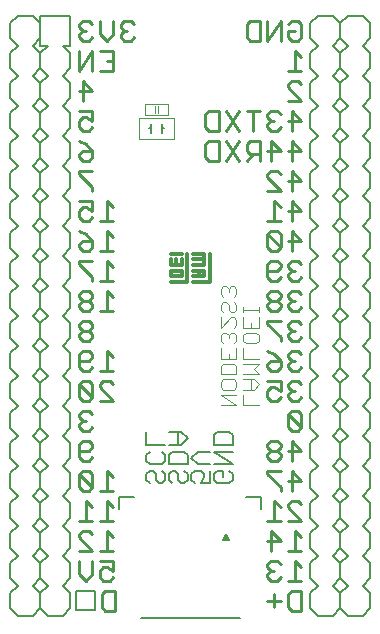
<source format=gbo>
G75*
%MOIN*%
%OFA0B0*%
%FSLAX25Y25*%
%IPPOS*%
%LPD*%
%AMOC8*
5,1,8,0,0,1.08239X$1,22.5*
%
%ADD10C,0.00900*%
%ADD11C,0.00800*%
%ADD12C,0.00400*%
%ADD13C,0.00100*%
%ADD14C,0.00600*%
%ADD15C,0.00394*%
%ADD16C,0.00500*%
%ADD17C,0.01200*%
D10*
X0025072Y0018952D02*
X0025072Y0023356D01*
X0025072Y0026750D02*
X0029476Y0026750D01*
X0025072Y0031154D01*
X0025072Y0032255D01*
X0026173Y0033356D01*
X0028375Y0033356D01*
X0029476Y0032255D01*
X0029476Y0036750D02*
X0025072Y0036750D01*
X0027274Y0036750D02*
X0027274Y0043356D01*
X0029476Y0041154D01*
X0031978Y0036750D02*
X0036382Y0036750D01*
X0034180Y0036750D02*
X0034180Y0043356D01*
X0036382Y0041154D01*
X0036382Y0046750D02*
X0031978Y0046750D01*
X0034180Y0046750D02*
X0034180Y0053356D01*
X0036382Y0051154D01*
X0029476Y0052255D02*
X0029476Y0047851D01*
X0025072Y0052255D01*
X0025072Y0047851D01*
X0026173Y0046750D01*
X0028375Y0046750D01*
X0029476Y0047851D01*
X0029476Y0052255D02*
X0028375Y0053356D01*
X0026173Y0053356D01*
X0025072Y0052255D01*
X0026173Y0056750D02*
X0025072Y0057851D01*
X0025072Y0062255D01*
X0026173Y0063356D01*
X0028375Y0063356D01*
X0029476Y0062255D01*
X0029476Y0061154D01*
X0028375Y0060053D01*
X0025072Y0060053D01*
X0026173Y0056750D02*
X0028375Y0056750D01*
X0029476Y0057851D01*
X0028375Y0066750D02*
X0026173Y0066750D01*
X0025072Y0067851D01*
X0025072Y0068952D01*
X0026173Y0070053D01*
X0027274Y0070053D01*
X0026173Y0070053D02*
X0025072Y0071154D01*
X0025072Y0072255D01*
X0026173Y0073356D01*
X0028375Y0073356D01*
X0029476Y0072255D01*
X0029476Y0067851D02*
X0028375Y0066750D01*
X0028375Y0076750D02*
X0026173Y0076750D01*
X0025072Y0077851D01*
X0025072Y0082255D01*
X0029476Y0077851D01*
X0028375Y0076750D01*
X0029476Y0077851D02*
X0029476Y0082255D01*
X0028375Y0083356D01*
X0026173Y0083356D01*
X0025072Y0082255D01*
X0026173Y0086750D02*
X0025072Y0087851D01*
X0025072Y0092255D01*
X0026173Y0093356D01*
X0028375Y0093356D01*
X0029476Y0092255D01*
X0029476Y0091154D01*
X0028375Y0090053D01*
X0025072Y0090053D01*
X0026173Y0086750D02*
X0028375Y0086750D01*
X0029476Y0087851D01*
X0031978Y0086750D02*
X0036382Y0086750D01*
X0034180Y0086750D02*
X0034180Y0093356D01*
X0036382Y0091154D01*
X0035281Y0083356D02*
X0033079Y0083356D01*
X0031978Y0082255D01*
X0031978Y0081154D01*
X0036382Y0076750D01*
X0031978Y0076750D01*
X0036382Y0082255D02*
X0035281Y0083356D01*
X0028375Y0096750D02*
X0026173Y0096750D01*
X0025072Y0097851D01*
X0025072Y0098952D01*
X0026173Y0100053D01*
X0028375Y0100053D01*
X0029476Y0101154D01*
X0029476Y0102255D01*
X0028375Y0103356D01*
X0026173Y0103356D01*
X0025072Y0102255D01*
X0025072Y0101154D01*
X0026173Y0100053D01*
X0028375Y0100053D02*
X0029476Y0098952D01*
X0029476Y0097851D01*
X0028375Y0096750D01*
X0028375Y0106750D02*
X0026173Y0106750D01*
X0025072Y0107851D01*
X0025072Y0108952D01*
X0026173Y0110053D01*
X0028375Y0110053D01*
X0029476Y0111154D01*
X0029476Y0112255D01*
X0028375Y0113356D01*
X0026173Y0113356D01*
X0025072Y0112255D01*
X0025072Y0111154D01*
X0026173Y0110053D01*
X0028375Y0110053D02*
X0029476Y0108952D01*
X0029476Y0107851D01*
X0028375Y0106750D01*
X0031978Y0106750D02*
X0036382Y0106750D01*
X0034180Y0106750D02*
X0034180Y0113356D01*
X0036382Y0111154D01*
X0036382Y0116750D02*
X0031978Y0116750D01*
X0034180Y0116750D02*
X0034180Y0123356D01*
X0036382Y0121154D01*
X0036382Y0126750D02*
X0031978Y0126750D01*
X0034180Y0126750D02*
X0034180Y0133356D01*
X0036382Y0131154D01*
X0036382Y0136750D02*
X0031978Y0136750D01*
X0034180Y0136750D02*
X0034180Y0143356D01*
X0036382Y0141154D01*
X0029476Y0140053D02*
X0027274Y0141154D01*
X0026173Y0141154D01*
X0025072Y0140053D01*
X0025072Y0137851D01*
X0026173Y0136750D01*
X0028375Y0136750D01*
X0029476Y0137851D01*
X0029476Y0140053D02*
X0029476Y0143356D01*
X0025072Y0143356D01*
X0029476Y0146750D02*
X0029476Y0147851D01*
X0025072Y0152255D01*
X0025072Y0153356D01*
X0029476Y0153356D01*
X0028375Y0156750D02*
X0026173Y0156750D01*
X0025072Y0157851D01*
X0025072Y0158952D01*
X0026173Y0160053D01*
X0029476Y0160053D01*
X0029476Y0157851D01*
X0028375Y0156750D01*
X0029476Y0160053D02*
X0027274Y0162255D01*
X0025072Y0163356D01*
X0026173Y0166750D02*
X0025072Y0167851D01*
X0025072Y0170053D01*
X0026173Y0171154D01*
X0027274Y0171154D01*
X0029476Y0170053D01*
X0029476Y0173356D01*
X0025072Y0173356D01*
X0026173Y0176750D02*
X0026173Y0183356D01*
X0029476Y0180053D01*
X0025072Y0180053D01*
X0025072Y0186750D02*
X0025072Y0193356D01*
X0026173Y0196750D02*
X0028375Y0196750D01*
X0029476Y0197851D01*
X0031978Y0198952D02*
X0031978Y0203356D01*
X0029476Y0202255D02*
X0028375Y0203356D01*
X0026173Y0203356D01*
X0025072Y0202255D01*
X0025072Y0201154D01*
X0026173Y0200053D01*
X0025072Y0198952D01*
X0025072Y0197851D01*
X0026173Y0196750D01*
X0026173Y0200053D02*
X0027274Y0200053D01*
X0029476Y0193356D02*
X0025072Y0186750D01*
X0029476Y0186750D02*
X0029476Y0193356D01*
X0031978Y0193356D02*
X0036382Y0193356D01*
X0036382Y0186750D01*
X0031978Y0186750D01*
X0034180Y0190053D02*
X0036382Y0190053D01*
X0034180Y0196750D02*
X0031978Y0198952D01*
X0034180Y0196750D02*
X0036382Y0198952D01*
X0036382Y0203356D01*
X0038884Y0202255D02*
X0038884Y0201154D01*
X0039985Y0200053D01*
X0038884Y0198952D01*
X0038884Y0197851D01*
X0039985Y0196750D01*
X0042187Y0196750D01*
X0043288Y0197851D01*
X0041086Y0200053D02*
X0039985Y0200053D01*
X0038884Y0202255D02*
X0039985Y0203356D01*
X0042187Y0203356D01*
X0043288Y0202255D01*
X0029476Y0167851D02*
X0028375Y0166750D01*
X0026173Y0166750D01*
X0025072Y0133356D02*
X0027274Y0132255D01*
X0029476Y0130053D01*
X0026173Y0130053D01*
X0025072Y0128952D01*
X0025072Y0127851D01*
X0026173Y0126750D01*
X0028375Y0126750D01*
X0029476Y0127851D01*
X0029476Y0130053D01*
X0029476Y0123356D02*
X0025072Y0123356D01*
X0025072Y0122255D01*
X0029476Y0117851D01*
X0029476Y0116750D01*
X0068206Y0156750D02*
X0067105Y0157851D01*
X0067105Y0162255D01*
X0068206Y0163356D01*
X0071509Y0163356D01*
X0071509Y0156750D01*
X0068206Y0156750D01*
X0074011Y0156750D02*
X0078415Y0163356D01*
X0080917Y0162255D02*
X0080917Y0160053D01*
X0082018Y0158952D01*
X0085321Y0158952D01*
X0085321Y0156750D02*
X0085321Y0163356D01*
X0082018Y0163356D01*
X0080917Y0162255D01*
X0083119Y0158952D02*
X0080917Y0156750D01*
X0078415Y0156750D02*
X0074011Y0163356D01*
X0074011Y0166750D02*
X0078415Y0173356D01*
X0080917Y0173356D02*
X0085321Y0173356D01*
X0083119Y0173356D02*
X0083119Y0166750D01*
X0078415Y0166750D02*
X0074011Y0173356D01*
X0071509Y0173356D02*
X0068206Y0173356D01*
X0067105Y0172255D01*
X0067105Y0167851D01*
X0068206Y0166750D01*
X0071509Y0166750D01*
X0071509Y0173356D01*
X0082018Y0196750D02*
X0080917Y0197851D01*
X0080917Y0202255D01*
X0082018Y0203356D01*
X0085321Y0203356D01*
X0085321Y0196750D01*
X0082018Y0196750D01*
X0087823Y0196750D02*
X0087823Y0203356D01*
X0092227Y0203356D02*
X0087823Y0196750D01*
X0092227Y0196750D02*
X0092227Y0203356D01*
X0094729Y0202255D02*
X0095830Y0203356D01*
X0098032Y0203356D01*
X0099133Y0202255D01*
X0099133Y0197851D01*
X0098032Y0196750D01*
X0095830Y0196750D01*
X0094729Y0197851D01*
X0094729Y0200053D01*
X0096931Y0200053D01*
X0096931Y0193356D02*
X0096931Y0186750D01*
X0099133Y0186750D02*
X0094729Y0186750D01*
X0095830Y0183356D02*
X0098032Y0183356D01*
X0099133Y0182255D01*
X0095830Y0183356D02*
X0094729Y0182255D01*
X0094729Y0181154D01*
X0099133Y0176750D01*
X0094729Y0176750D01*
X0095830Y0173356D02*
X0099133Y0170053D01*
X0094729Y0170053D01*
X0095830Y0166750D02*
X0095830Y0173356D01*
X0092227Y0172255D02*
X0091126Y0173356D01*
X0088924Y0173356D01*
X0087823Y0172255D01*
X0087823Y0171154D01*
X0088924Y0170053D01*
X0087823Y0168952D01*
X0087823Y0167851D01*
X0088924Y0166750D01*
X0091126Y0166750D01*
X0092227Y0167851D01*
X0090025Y0170053D02*
X0088924Y0170053D01*
X0088924Y0163356D02*
X0092227Y0160053D01*
X0087823Y0160053D01*
X0088924Y0156750D02*
X0088924Y0163356D01*
X0094729Y0160053D02*
X0099133Y0160053D01*
X0095830Y0163356D01*
X0095830Y0156750D01*
X0095830Y0153356D02*
X0099133Y0150053D01*
X0094729Y0150053D01*
X0095830Y0146750D02*
X0095830Y0153356D01*
X0092227Y0152255D02*
X0091126Y0153356D01*
X0088924Y0153356D01*
X0087823Y0152255D01*
X0087823Y0151154D01*
X0092227Y0146750D01*
X0087823Y0146750D01*
X0090025Y0143356D02*
X0090025Y0136750D01*
X0092227Y0136750D02*
X0087823Y0136750D01*
X0088924Y0133356D02*
X0087823Y0132255D01*
X0092227Y0127851D01*
X0091126Y0126750D01*
X0088924Y0126750D01*
X0087823Y0127851D01*
X0087823Y0132255D01*
X0088924Y0133356D02*
X0091126Y0133356D01*
X0092227Y0132255D01*
X0092227Y0127851D01*
X0094729Y0130053D02*
X0099133Y0130053D01*
X0095830Y0133356D01*
X0095830Y0126750D01*
X0095830Y0123356D02*
X0094729Y0122255D01*
X0094729Y0121154D01*
X0095830Y0120053D01*
X0094729Y0118952D01*
X0094729Y0117851D01*
X0095830Y0116750D01*
X0098032Y0116750D01*
X0099133Y0117851D01*
X0096931Y0120053D02*
X0095830Y0120053D01*
X0095830Y0123356D02*
X0098032Y0123356D01*
X0099133Y0122255D01*
X0092227Y0122255D02*
X0092227Y0121154D01*
X0091126Y0120053D01*
X0087823Y0120053D01*
X0087823Y0117851D02*
X0087823Y0122255D01*
X0088924Y0123356D01*
X0091126Y0123356D01*
X0092227Y0122255D01*
X0092227Y0117851D02*
X0091126Y0116750D01*
X0088924Y0116750D01*
X0087823Y0117851D01*
X0088924Y0113356D02*
X0087823Y0112255D01*
X0087823Y0111154D01*
X0088924Y0110053D01*
X0091126Y0110053D01*
X0092227Y0111154D01*
X0092227Y0112255D01*
X0091126Y0113356D01*
X0088924Y0113356D01*
X0088924Y0110053D02*
X0087823Y0108952D01*
X0087823Y0107851D01*
X0088924Y0106750D01*
X0091126Y0106750D01*
X0092227Y0107851D01*
X0092227Y0108952D01*
X0091126Y0110053D01*
X0094729Y0111154D02*
X0095830Y0110053D01*
X0094729Y0108952D01*
X0094729Y0107851D01*
X0095830Y0106750D01*
X0098032Y0106750D01*
X0099133Y0107851D01*
X0096931Y0110053D02*
X0095830Y0110053D01*
X0094729Y0111154D02*
X0094729Y0112255D01*
X0095830Y0113356D01*
X0098032Y0113356D01*
X0099133Y0112255D01*
X0098032Y0103356D02*
X0095830Y0103356D01*
X0094729Y0102255D01*
X0094729Y0101154D01*
X0095830Y0100053D01*
X0094729Y0098952D01*
X0094729Y0097851D01*
X0095830Y0096750D01*
X0098032Y0096750D01*
X0099133Y0097851D01*
X0096931Y0100053D02*
X0095830Y0100053D01*
X0099133Y0102255D02*
X0098032Y0103356D01*
X0092227Y0103356D02*
X0087823Y0103356D01*
X0087823Y0102255D01*
X0092227Y0097851D01*
X0092227Y0096750D01*
X0095830Y0093356D02*
X0094729Y0092255D01*
X0094729Y0091154D01*
X0095830Y0090053D01*
X0094729Y0088952D01*
X0094729Y0087851D01*
X0095830Y0086750D01*
X0098032Y0086750D01*
X0099133Y0087851D01*
X0096931Y0090053D02*
X0095830Y0090053D01*
X0095830Y0093356D02*
X0098032Y0093356D01*
X0099133Y0092255D01*
X0098032Y0083356D02*
X0095830Y0083356D01*
X0094729Y0082255D01*
X0094729Y0081154D01*
X0095830Y0080053D01*
X0094729Y0078952D01*
X0094729Y0077851D01*
X0095830Y0076750D01*
X0098032Y0076750D01*
X0099133Y0077851D01*
X0096931Y0080053D02*
X0095830Y0080053D01*
X0099133Y0082255D02*
X0098032Y0083356D01*
X0092227Y0083356D02*
X0092227Y0080053D01*
X0090025Y0081154D01*
X0088924Y0081154D01*
X0087823Y0080053D01*
X0087823Y0077851D01*
X0088924Y0076750D01*
X0091126Y0076750D01*
X0092227Y0077851D01*
X0092227Y0083356D02*
X0087823Y0083356D01*
X0088924Y0086750D02*
X0087823Y0087851D01*
X0087823Y0088952D01*
X0088924Y0090053D01*
X0092227Y0090053D01*
X0092227Y0087851D01*
X0091126Y0086750D01*
X0088924Y0086750D01*
X0092227Y0090053D02*
X0090025Y0092255D01*
X0087823Y0093356D01*
X0095830Y0073356D02*
X0094729Y0072255D01*
X0099133Y0067851D01*
X0098032Y0066750D01*
X0095830Y0066750D01*
X0094729Y0067851D01*
X0094729Y0072255D01*
X0095830Y0073356D02*
X0098032Y0073356D01*
X0099133Y0072255D01*
X0099133Y0067851D01*
X0095830Y0063356D02*
X0099133Y0060053D01*
X0094729Y0060053D01*
X0095830Y0056750D02*
X0095830Y0063356D01*
X0092227Y0062255D02*
X0092227Y0061154D01*
X0091126Y0060053D01*
X0088924Y0060053D01*
X0087823Y0058952D01*
X0087823Y0057851D01*
X0088924Y0056750D01*
X0091126Y0056750D01*
X0092227Y0057851D01*
X0092227Y0058952D01*
X0091126Y0060053D01*
X0092227Y0062255D02*
X0091126Y0063356D01*
X0088924Y0063356D01*
X0087823Y0062255D01*
X0087823Y0061154D01*
X0088924Y0060053D01*
X0087823Y0053356D02*
X0087823Y0052255D01*
X0092227Y0047851D01*
X0092227Y0046750D01*
X0090025Y0043356D02*
X0090025Y0036750D01*
X0092227Y0036750D02*
X0087823Y0036750D01*
X0088924Y0033356D02*
X0092227Y0030053D01*
X0087823Y0030053D01*
X0088924Y0026750D02*
X0088924Y0033356D01*
X0092227Y0041154D02*
X0090025Y0043356D01*
X0094729Y0042255D02*
X0094729Y0041154D01*
X0099133Y0036750D01*
X0094729Y0036750D01*
X0096931Y0033356D02*
X0096931Y0026750D01*
X0099133Y0026750D02*
X0094729Y0026750D01*
X0096931Y0023356D02*
X0096931Y0016750D01*
X0099133Y0016750D02*
X0094729Y0016750D01*
X0095830Y0013356D02*
X0099133Y0013356D01*
X0099133Y0006750D01*
X0095830Y0006750D01*
X0094729Y0007851D01*
X0094729Y0012255D01*
X0095830Y0013356D01*
X0092227Y0010053D02*
X0087823Y0010053D01*
X0090025Y0012255D02*
X0090025Y0007851D01*
X0088924Y0016750D02*
X0091126Y0016750D01*
X0092227Y0017851D01*
X0090025Y0020053D02*
X0088924Y0020053D01*
X0087823Y0018952D01*
X0087823Y0017851D01*
X0088924Y0016750D01*
X0088924Y0020053D02*
X0087823Y0021154D01*
X0087823Y0022255D01*
X0088924Y0023356D01*
X0091126Y0023356D01*
X0092227Y0022255D01*
X0096931Y0023356D02*
X0099133Y0021154D01*
X0099133Y0031154D02*
X0096931Y0033356D01*
X0099133Y0042255D02*
X0098032Y0043356D01*
X0095830Y0043356D01*
X0094729Y0042255D01*
X0095830Y0046750D02*
X0095830Y0053356D01*
X0099133Y0050053D01*
X0094729Y0050053D01*
X0092227Y0053356D02*
X0087823Y0053356D01*
X0095830Y0136750D02*
X0095830Y0143356D01*
X0099133Y0140053D01*
X0094729Y0140053D01*
X0092227Y0141154D02*
X0090025Y0143356D01*
X0099133Y0191154D02*
X0096931Y0193356D01*
X0034180Y0033356D02*
X0034180Y0026750D01*
X0036382Y0026750D02*
X0031978Y0026750D01*
X0031978Y0023356D02*
X0036382Y0023356D01*
X0036382Y0020053D01*
X0034180Y0021154D01*
X0033079Y0021154D01*
X0031978Y0020053D01*
X0031978Y0017851D01*
X0033079Y0016750D01*
X0035281Y0016750D01*
X0036382Y0017851D01*
X0036976Y0013356D02*
X0033673Y0013356D01*
X0032572Y0012255D01*
X0032572Y0007851D01*
X0033673Y0006750D01*
X0036976Y0006750D01*
X0036976Y0013356D01*
X0029476Y0018952D02*
X0027274Y0016750D01*
X0025072Y0018952D01*
X0029476Y0018952D02*
X0029476Y0023356D01*
X0036382Y0031154D02*
X0034180Y0033356D01*
D11*
X0004583Y0005050D02*
X0002083Y0007550D01*
X0002083Y0012550D01*
X0004583Y0015050D01*
X0002083Y0017550D01*
X0002083Y0022550D01*
X0004583Y0025050D01*
X0002083Y0027550D01*
X0002083Y0032550D01*
X0004583Y0035050D01*
X0002083Y0037550D01*
X0002083Y0042550D01*
X0004583Y0045050D01*
X0002083Y0047550D01*
X0002083Y0052550D01*
X0004583Y0055050D01*
X0002083Y0057550D01*
X0002083Y0062550D01*
X0004583Y0065050D01*
X0002083Y0067550D01*
X0002083Y0072550D01*
X0004583Y0075050D01*
X0002083Y0077550D01*
X0002083Y0082550D01*
X0004583Y0085050D01*
X0002083Y0087550D01*
X0002083Y0092550D01*
X0004583Y0095050D01*
X0002083Y0097550D01*
X0002083Y0102550D01*
X0004583Y0105050D01*
X0002083Y0107550D01*
X0002083Y0112550D01*
X0004583Y0115050D01*
X0002083Y0117550D01*
X0002083Y0122550D01*
X0004583Y0125050D01*
X0002083Y0127550D01*
X0002083Y0132550D01*
X0004583Y0135050D01*
X0002083Y0137550D01*
X0002083Y0142550D01*
X0004583Y0145050D01*
X0002083Y0147550D01*
X0002083Y0152550D01*
X0004583Y0155050D01*
X0002083Y0157550D01*
X0002083Y0162550D01*
X0004583Y0165050D01*
X0002083Y0167550D01*
X0002083Y0172550D01*
X0004583Y0175050D01*
X0002083Y0177550D01*
X0002083Y0182550D01*
X0004583Y0185050D01*
X0002083Y0187550D01*
X0002083Y0192550D01*
X0004583Y0195050D01*
X0002083Y0197550D01*
X0002083Y0202550D01*
X0004583Y0205050D01*
X0009583Y0205050D01*
X0012083Y0202550D01*
X0012083Y0197550D01*
X0009583Y0195050D01*
X0012083Y0192550D01*
X0012083Y0187550D01*
X0009583Y0185050D01*
X0012083Y0182550D01*
X0012083Y0177550D01*
X0009583Y0175050D01*
X0012083Y0172550D01*
X0012083Y0167550D01*
X0009583Y0165050D01*
X0012083Y0162550D01*
X0012083Y0157550D01*
X0009583Y0155050D01*
X0012083Y0152550D01*
X0012083Y0147550D01*
X0009583Y0145050D01*
X0012083Y0142550D01*
X0012083Y0137550D01*
X0009583Y0135050D01*
X0012083Y0132550D01*
X0012083Y0127550D01*
X0009583Y0125050D01*
X0012083Y0122550D01*
X0012083Y0117550D01*
X0009583Y0115050D01*
X0012083Y0112550D01*
X0012083Y0107550D01*
X0009583Y0105050D01*
X0012083Y0102550D01*
X0012083Y0097550D01*
X0009583Y0095050D01*
X0012083Y0092550D01*
X0012083Y0087550D01*
X0009583Y0085050D01*
X0012083Y0082550D01*
X0012083Y0077550D01*
X0009583Y0075050D01*
X0012083Y0072550D01*
X0012083Y0067550D01*
X0009583Y0065050D01*
X0012083Y0062550D01*
X0012083Y0057550D01*
X0009583Y0055050D01*
X0012083Y0052550D01*
X0012083Y0047550D01*
X0009583Y0045050D01*
X0012083Y0042550D01*
X0012083Y0037550D01*
X0009583Y0035050D01*
X0012083Y0032550D01*
X0012083Y0027550D01*
X0009583Y0025050D01*
X0012083Y0022550D01*
X0012083Y0017550D01*
X0009583Y0015050D01*
X0012083Y0012550D01*
X0012083Y0007550D01*
X0009583Y0005050D01*
X0004583Y0005050D01*
X0012083Y0007550D02*
X0014583Y0005050D01*
X0019583Y0005050D01*
X0022083Y0007550D01*
X0022083Y0012550D01*
X0019583Y0015050D01*
X0022083Y0017550D01*
X0022083Y0022550D01*
X0019583Y0025050D01*
X0022083Y0027550D01*
X0022083Y0032550D01*
X0019583Y0035050D01*
X0022083Y0037550D01*
X0022083Y0042550D01*
X0019583Y0045050D01*
X0022083Y0047550D01*
X0022083Y0052550D01*
X0019583Y0055050D01*
X0022083Y0057550D01*
X0022083Y0062550D01*
X0019583Y0065050D01*
X0022083Y0067550D01*
X0022083Y0072550D01*
X0019583Y0075050D01*
X0022083Y0077550D01*
X0022083Y0082550D01*
X0019583Y0085050D01*
X0022083Y0087550D01*
X0022083Y0092550D01*
X0019583Y0095050D01*
X0022083Y0097550D01*
X0022083Y0102550D01*
X0019583Y0105050D01*
X0022083Y0107550D01*
X0022083Y0112550D01*
X0019583Y0115050D01*
X0022083Y0117550D01*
X0022083Y0122550D01*
X0019583Y0125050D01*
X0022083Y0127550D01*
X0022083Y0132550D01*
X0019583Y0135050D01*
X0022083Y0137550D01*
X0022083Y0142550D01*
X0019583Y0145050D01*
X0022083Y0147550D01*
X0022083Y0152550D01*
X0019583Y0155050D01*
X0022083Y0157550D01*
X0022083Y0162550D01*
X0019583Y0165050D01*
X0022083Y0167550D01*
X0022083Y0172550D01*
X0019583Y0175050D01*
X0022083Y0177550D01*
X0022083Y0182550D01*
X0019583Y0185050D01*
X0022083Y0187550D01*
X0022083Y0192550D01*
X0019583Y0195050D01*
X0022083Y0195050D01*
X0022083Y0205050D01*
X0019583Y0205050D01*
X0014583Y0205050D01*
X0012083Y0205050D01*
X0012083Y0195050D01*
X0014583Y0195050D01*
X0012083Y0192550D01*
X0012083Y0187550D01*
X0014583Y0185050D01*
X0012083Y0182550D01*
X0012083Y0177550D01*
X0014583Y0175050D01*
X0012083Y0172550D01*
X0012083Y0167550D01*
X0014583Y0165050D01*
X0012083Y0162550D01*
X0012083Y0157550D01*
X0014583Y0155050D01*
X0012083Y0152550D01*
X0012083Y0147550D01*
X0014583Y0145050D01*
X0012083Y0142550D01*
X0012083Y0137550D01*
X0014583Y0135050D01*
X0012083Y0132550D01*
X0012083Y0127550D01*
X0014583Y0125050D01*
X0012083Y0122550D01*
X0012083Y0117550D01*
X0014583Y0115050D01*
X0012083Y0112550D01*
X0012083Y0107550D01*
X0014583Y0105050D01*
X0012083Y0102550D01*
X0012083Y0097550D01*
X0014583Y0095050D01*
X0012083Y0092550D01*
X0012083Y0087550D01*
X0014583Y0085050D01*
X0012083Y0082550D01*
X0012083Y0077550D01*
X0014583Y0075050D01*
X0012083Y0072550D01*
X0012083Y0067550D01*
X0014583Y0065050D01*
X0012083Y0062550D01*
X0012083Y0057550D01*
X0014583Y0055050D01*
X0012083Y0052550D01*
X0012083Y0047550D01*
X0014583Y0045050D01*
X0012083Y0042550D01*
X0012083Y0037550D01*
X0014583Y0035050D01*
X0012083Y0032550D01*
X0012083Y0027550D01*
X0014583Y0025050D01*
X0012083Y0022550D01*
X0012083Y0017550D01*
X0014583Y0015050D01*
X0012083Y0012550D01*
X0012083Y0007550D01*
X0048517Y0049200D02*
X0047483Y0050234D01*
X0047483Y0052303D01*
X0048517Y0053337D01*
X0049551Y0053337D01*
X0050585Y0052303D01*
X0050585Y0050234D01*
X0051620Y0049200D01*
X0052654Y0049200D01*
X0053688Y0050234D01*
X0053688Y0052303D01*
X0052654Y0053337D01*
X0052654Y0055645D02*
X0048517Y0055645D01*
X0047483Y0056680D01*
X0047483Y0058748D01*
X0048517Y0059782D01*
X0047483Y0062091D02*
X0047483Y0066228D01*
X0047483Y0062091D02*
X0053688Y0062091D01*
X0054983Y0062091D02*
X0059120Y0062091D01*
X0061188Y0064159D01*
X0059120Y0066228D01*
X0054983Y0066228D01*
X0058085Y0066228D02*
X0058085Y0062091D01*
X0056017Y0059782D02*
X0060154Y0059782D01*
X0061188Y0058748D01*
X0061188Y0055645D01*
X0054983Y0055645D01*
X0054983Y0058748D01*
X0056017Y0059782D01*
X0053688Y0058748D02*
X0053688Y0056680D01*
X0052654Y0055645D01*
X0053688Y0058748D02*
X0052654Y0059782D01*
X0056017Y0053337D02*
X0054983Y0052303D01*
X0054983Y0050234D01*
X0056017Y0049200D01*
X0058085Y0050234D02*
X0058085Y0052303D01*
X0057051Y0053337D01*
X0056017Y0053337D01*
X0058085Y0050234D02*
X0059120Y0049200D01*
X0060154Y0049200D01*
X0061188Y0050234D01*
X0061188Y0052303D01*
X0060154Y0053337D01*
X0062483Y0052303D02*
X0062483Y0050234D01*
X0063517Y0049200D01*
X0065585Y0049200D02*
X0066620Y0051268D01*
X0066620Y0052303D01*
X0065585Y0053337D01*
X0063517Y0053337D01*
X0062483Y0052303D01*
X0064551Y0055645D02*
X0062483Y0057714D01*
X0064551Y0059782D01*
X0068688Y0059782D01*
X0069983Y0059782D02*
X0076188Y0059782D01*
X0076188Y0062091D02*
X0076188Y0065194D01*
X0075154Y0066228D01*
X0071017Y0066228D01*
X0069983Y0065194D01*
X0069983Y0062091D01*
X0076188Y0062091D01*
X0076188Y0055645D02*
X0069983Y0059782D01*
X0069983Y0055645D02*
X0076188Y0055645D01*
X0075154Y0053337D02*
X0076188Y0052303D01*
X0076188Y0050234D01*
X0075154Y0049200D01*
X0071017Y0049200D01*
X0069983Y0050234D01*
X0069983Y0052303D01*
X0071017Y0053337D01*
X0073085Y0053337D01*
X0073085Y0051268D01*
X0068688Y0049200D02*
X0065585Y0049200D01*
X0068688Y0049200D02*
X0068688Y0053337D01*
X0068688Y0055645D02*
X0064551Y0055645D01*
X0102083Y0057550D02*
X0104583Y0055050D01*
X0102083Y0052550D01*
X0102083Y0047550D01*
X0104583Y0045050D01*
X0102083Y0042550D01*
X0102083Y0037550D01*
X0104583Y0035050D01*
X0102083Y0032550D01*
X0102083Y0027550D01*
X0104583Y0025050D01*
X0102083Y0022550D01*
X0102083Y0017550D01*
X0104583Y0015050D01*
X0102083Y0012550D01*
X0102083Y0007550D01*
X0104583Y0005050D01*
X0109583Y0005050D01*
X0112083Y0007550D01*
X0114583Y0005050D01*
X0119583Y0005050D01*
X0122083Y0007550D01*
X0122083Y0012550D01*
X0119583Y0015050D01*
X0122083Y0017550D01*
X0122083Y0022550D01*
X0119583Y0025050D01*
X0122083Y0027550D01*
X0122083Y0032550D01*
X0119583Y0035050D01*
X0122083Y0037550D01*
X0122083Y0042550D01*
X0119583Y0045050D01*
X0122083Y0047550D01*
X0122083Y0052550D01*
X0119583Y0055050D01*
X0122083Y0057550D01*
X0122083Y0062550D01*
X0119583Y0065050D01*
X0122083Y0067550D01*
X0122083Y0072550D01*
X0119583Y0075050D01*
X0122083Y0077550D01*
X0122083Y0082550D01*
X0119583Y0085050D01*
X0122083Y0087550D01*
X0122083Y0092550D01*
X0119583Y0095050D01*
X0122083Y0097550D01*
X0122083Y0102550D01*
X0119583Y0105050D01*
X0122083Y0107550D01*
X0122083Y0112550D01*
X0119583Y0115050D01*
X0122083Y0117550D01*
X0122083Y0122550D01*
X0119583Y0125050D01*
X0122083Y0127550D01*
X0122083Y0132550D01*
X0119583Y0135050D01*
X0122083Y0137550D01*
X0122083Y0142550D01*
X0119583Y0145050D01*
X0122083Y0147550D01*
X0122083Y0152550D01*
X0119583Y0155050D01*
X0122083Y0157550D01*
X0122083Y0162550D01*
X0119583Y0165050D01*
X0122083Y0167550D01*
X0122083Y0172550D01*
X0119583Y0175050D01*
X0122083Y0177550D01*
X0122083Y0182550D01*
X0119583Y0185050D01*
X0122083Y0187550D01*
X0122083Y0192550D01*
X0119583Y0195050D01*
X0122083Y0197550D01*
X0122083Y0202550D01*
X0119583Y0205050D01*
X0114583Y0205050D01*
X0112083Y0202550D01*
X0112083Y0197550D01*
X0114583Y0195050D01*
X0112083Y0192550D01*
X0112083Y0187550D01*
X0114583Y0185050D01*
X0112083Y0182550D01*
X0112083Y0177550D01*
X0114583Y0175050D01*
X0112083Y0172550D01*
X0112083Y0167550D01*
X0114583Y0165050D01*
X0112083Y0162550D01*
X0112083Y0157550D01*
X0114583Y0155050D01*
X0112083Y0152550D01*
X0112083Y0147550D01*
X0114583Y0145050D01*
X0112083Y0142550D01*
X0112083Y0137550D01*
X0114583Y0135050D01*
X0112083Y0132550D01*
X0112083Y0127550D01*
X0114583Y0125050D01*
X0112083Y0122550D01*
X0112083Y0117550D01*
X0114583Y0115050D01*
X0112083Y0112550D01*
X0112083Y0107550D01*
X0114583Y0105050D01*
X0112083Y0102550D01*
X0112083Y0097550D01*
X0114583Y0095050D01*
X0112083Y0092550D01*
X0112083Y0087550D01*
X0114583Y0085050D01*
X0112083Y0082550D01*
X0112083Y0077550D01*
X0114583Y0075050D01*
X0112083Y0072550D01*
X0112083Y0067550D01*
X0114583Y0065050D01*
X0112083Y0062550D01*
X0112083Y0057550D01*
X0114583Y0055050D01*
X0112083Y0052550D01*
X0112083Y0047550D01*
X0114583Y0045050D01*
X0112083Y0042550D01*
X0112083Y0037550D01*
X0114583Y0035050D01*
X0112083Y0032550D01*
X0112083Y0027550D01*
X0114583Y0025050D01*
X0112083Y0022550D01*
X0112083Y0017550D01*
X0114583Y0015050D01*
X0112083Y0012550D01*
X0112083Y0007550D01*
X0112083Y0012550D01*
X0109583Y0015050D01*
X0112083Y0017550D01*
X0112083Y0022550D01*
X0109583Y0025050D01*
X0112083Y0027550D01*
X0112083Y0032550D01*
X0109583Y0035050D01*
X0112083Y0037550D01*
X0112083Y0042550D01*
X0109583Y0045050D01*
X0112083Y0047550D01*
X0112083Y0052550D01*
X0109583Y0055050D01*
X0112083Y0057550D01*
X0112083Y0062550D01*
X0109583Y0065050D01*
X0112083Y0067550D01*
X0112083Y0072550D01*
X0109583Y0075050D01*
X0112083Y0077550D01*
X0112083Y0082550D01*
X0109583Y0085050D01*
X0112083Y0087550D01*
X0112083Y0092550D01*
X0109583Y0095050D01*
X0112083Y0097550D01*
X0112083Y0102550D01*
X0109583Y0105050D01*
X0112083Y0107550D01*
X0112083Y0112550D01*
X0109583Y0115050D01*
X0112083Y0117550D01*
X0112083Y0122550D01*
X0109583Y0125050D01*
X0112083Y0127550D01*
X0112083Y0132550D01*
X0109583Y0135050D01*
X0112083Y0137550D01*
X0112083Y0142550D01*
X0109583Y0145050D01*
X0112083Y0147550D01*
X0112083Y0152550D01*
X0109583Y0155050D01*
X0112083Y0157550D01*
X0112083Y0162550D01*
X0109583Y0165050D01*
X0112083Y0167550D01*
X0112083Y0172550D01*
X0109583Y0175050D01*
X0112083Y0177550D01*
X0112083Y0182550D01*
X0109583Y0185050D01*
X0112083Y0187550D01*
X0112083Y0192550D01*
X0109583Y0195050D01*
X0112083Y0197550D01*
X0112083Y0202550D01*
X0109583Y0205050D01*
X0104583Y0205050D01*
X0102083Y0202550D01*
X0102083Y0197550D01*
X0104583Y0195050D01*
X0102083Y0192550D01*
X0102083Y0187550D01*
X0104583Y0185050D01*
X0102083Y0182550D01*
X0102083Y0177550D01*
X0104583Y0175050D01*
X0102083Y0172550D01*
X0102083Y0167550D01*
X0104583Y0165050D01*
X0102083Y0162550D01*
X0102083Y0157550D01*
X0104583Y0155050D01*
X0102083Y0152550D01*
X0102083Y0147550D01*
X0104583Y0145050D01*
X0102083Y0142550D01*
X0102083Y0137550D01*
X0104583Y0135050D01*
X0102083Y0132550D01*
X0102083Y0127550D01*
X0104583Y0125050D01*
X0102083Y0122550D01*
X0102083Y0117550D01*
X0104583Y0115050D01*
X0102083Y0112550D01*
X0102083Y0107550D01*
X0104583Y0105050D01*
X0102083Y0102550D01*
X0102083Y0097550D01*
X0104583Y0095050D01*
X0102083Y0092550D01*
X0102083Y0087550D01*
X0104583Y0085050D01*
X0102083Y0082550D01*
X0102083Y0077550D01*
X0104583Y0075050D01*
X0102083Y0072550D01*
X0102083Y0067550D01*
X0104583Y0065050D01*
X0102083Y0062550D01*
X0102083Y0057550D01*
D12*
X0084987Y0075250D02*
X0079783Y0075250D01*
X0079783Y0078720D01*
X0079783Y0080406D02*
X0083252Y0080406D01*
X0084987Y0082141D01*
X0083252Y0083876D01*
X0079783Y0083876D01*
X0079783Y0085563D02*
X0084987Y0085563D01*
X0083252Y0087298D01*
X0084987Y0089032D01*
X0079783Y0089032D01*
X0079783Y0090719D02*
X0079783Y0094189D01*
X0080650Y0095876D02*
X0079783Y0096743D01*
X0079783Y0098478D01*
X0080650Y0099345D01*
X0084120Y0099345D01*
X0084987Y0098478D01*
X0084987Y0096743D01*
X0084120Y0095876D01*
X0080650Y0095876D01*
X0077487Y0096743D02*
X0077487Y0098478D01*
X0076620Y0099345D01*
X0075752Y0099345D01*
X0074885Y0098478D01*
X0074017Y0099345D01*
X0073150Y0099345D01*
X0072283Y0098478D01*
X0072283Y0096743D01*
X0073150Y0095876D01*
X0072283Y0094189D02*
X0072283Y0090719D01*
X0077487Y0090719D01*
X0077487Y0094189D01*
X0076620Y0095876D02*
X0077487Y0096743D01*
X0074885Y0097610D02*
X0074885Y0098478D01*
X0076620Y0101032D02*
X0077487Y0101899D01*
X0077487Y0103634D01*
X0076620Y0104502D01*
X0075752Y0104502D01*
X0072283Y0101032D01*
X0072283Y0104502D01*
X0073150Y0106188D02*
X0072283Y0107056D01*
X0072283Y0108791D01*
X0073150Y0109658D01*
X0074017Y0109658D01*
X0074885Y0108791D01*
X0074885Y0107056D01*
X0075752Y0106188D01*
X0076620Y0106188D01*
X0077487Y0107056D01*
X0077487Y0108791D01*
X0076620Y0109658D01*
X0076620Y0111345D02*
X0077487Y0112212D01*
X0077487Y0113947D01*
X0076620Y0114814D01*
X0075752Y0114814D01*
X0074885Y0113947D01*
X0074017Y0114814D01*
X0073150Y0114814D01*
X0072283Y0113947D01*
X0072283Y0112212D01*
X0073150Y0111345D01*
X0074885Y0113080D02*
X0074885Y0113947D01*
X0079783Y0107923D02*
X0079783Y0106188D01*
X0079783Y0107056D02*
X0084987Y0107056D01*
X0084987Y0107923D02*
X0084987Y0106188D01*
X0084987Y0104502D02*
X0084987Y0101032D01*
X0079783Y0101032D01*
X0079783Y0104502D01*
X0082385Y0102767D02*
X0082385Y0101032D01*
X0084987Y0090719D02*
X0079783Y0090719D01*
X0077487Y0088165D02*
X0077487Y0085563D01*
X0072283Y0085563D01*
X0072283Y0088165D01*
X0073150Y0089032D01*
X0076620Y0089032D01*
X0077487Y0088165D01*
X0074885Y0090719D02*
X0074885Y0092454D01*
X0073150Y0083876D02*
X0076620Y0083876D01*
X0077487Y0083009D01*
X0077487Y0081274D01*
X0076620Y0080406D01*
X0073150Y0080406D01*
X0072283Y0081274D01*
X0072283Y0083009D01*
X0073150Y0083876D01*
X0072283Y0078720D02*
X0077487Y0078720D01*
X0077487Y0075250D02*
X0072283Y0078720D01*
X0072283Y0075250D02*
X0077487Y0075250D01*
X0082385Y0080406D02*
X0082385Y0083876D01*
D13*
X0056770Y0164113D02*
X0044895Y0164113D01*
X0044895Y0170988D01*
X0056770Y0170988D01*
X0056770Y0164113D01*
X0054573Y0171831D02*
X0054573Y0175769D01*
X0047093Y0175769D01*
X0047093Y0171831D01*
X0054573Y0171831D01*
D14*
X0052531Y0169125D02*
X0052531Y0167550D01*
X0052531Y0165975D01*
X0052531Y0167550D02*
X0053490Y0167550D01*
X0049135Y0167550D02*
X0049135Y0165975D01*
X0049135Y0167550D02*
X0048175Y0167550D01*
X0049135Y0167550D02*
X0049135Y0169125D01*
X0030208Y0013175D02*
X0023958Y0013175D01*
X0023958Y0006925D01*
X0030208Y0006925D01*
X0030208Y0013175D01*
D15*
X0050488Y0172580D02*
X0050488Y0173800D01*
X0050488Y0175020D01*
X0051177Y0175020D02*
X0051177Y0173800D01*
X0051177Y0172580D01*
D16*
X0043382Y0044509D02*
X0038461Y0044509D01*
X0038461Y0040572D01*
X0045547Y0004253D02*
X0078618Y0004253D01*
X0074878Y0030237D02*
X0072909Y0030237D01*
X0073894Y0032206D01*
X0074878Y0030237D01*
X0074763Y0030467D02*
X0073024Y0030467D01*
X0073274Y0030965D02*
X0074514Y0030965D01*
X0074265Y0031464D02*
X0073523Y0031464D01*
X0073772Y0031962D02*
X0074015Y0031962D01*
X0080783Y0044509D02*
X0085705Y0044509D01*
X0085705Y0040572D01*
D17*
X0068645Y0116300D02*
X0063020Y0116300D01*
X0061145Y0116300D02*
X0055520Y0116300D01*
X0055520Y0118175D02*
X0055520Y0120050D01*
X0059270Y0120050D01*
X0059270Y0118175D01*
X0055520Y0118175D01*
X0055520Y0121925D02*
X0055520Y0123800D01*
X0055520Y0121925D02*
X0059270Y0121925D01*
X0059270Y0123800D01*
X0057395Y0123800D02*
X0057395Y0122550D01*
X0059270Y0125675D02*
X0055520Y0125675D01*
X0061145Y0125675D02*
X0061145Y0116300D01*
X0063020Y0118175D02*
X0064895Y0118175D01*
X0064895Y0120050D01*
X0063020Y0120050D01*
X0063020Y0121925D02*
X0066770Y0121925D01*
X0066770Y0123800D01*
X0066770Y0125675D01*
X0063020Y0125675D01*
X0063020Y0123800D02*
X0066770Y0123800D01*
X0066770Y0120050D02*
X0064895Y0120050D01*
X0064895Y0118175D02*
X0066770Y0118175D01*
X0066770Y0120050D01*
X0068645Y0116300D02*
X0068645Y0125675D01*
M02*

</source>
